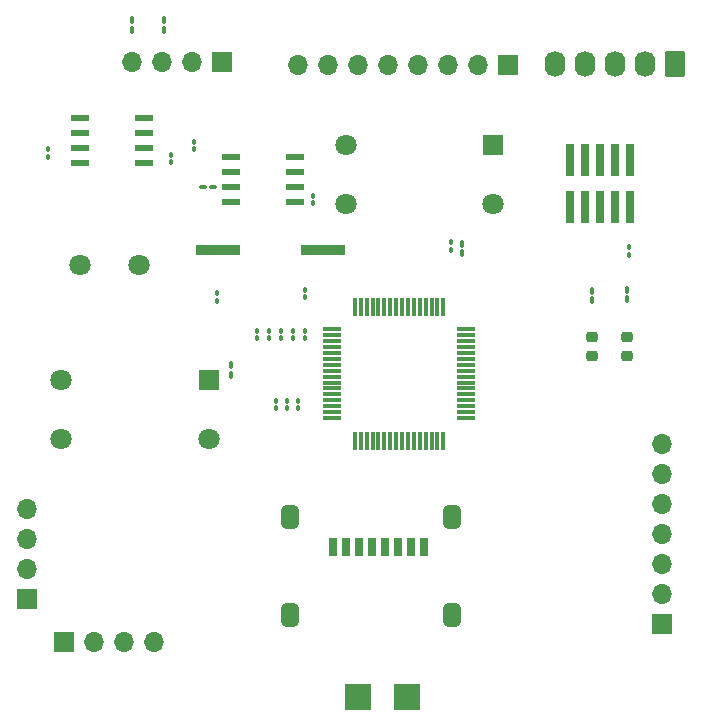
<source format=gts>
G04 #@! TF.GenerationSoftware,KiCad,Pcbnew,8.0.7*
G04 #@! TF.CreationDate,2025-02-15T14:10:28-06:00*
G04 #@! TF.ProjectId,Rocket,526f636b-6574-42e6-9b69-6361645f7063,rev?*
G04 #@! TF.SameCoordinates,Original*
G04 #@! TF.FileFunction,Soldermask,Top*
G04 #@! TF.FilePolarity,Negative*
%FSLAX46Y46*%
G04 Gerber Fmt 4.6, Leading zero omitted, Abs format (unit mm)*
G04 Created by KiCad (PCBNEW 8.0.7) date 2025-02-15 14:10:28*
%MOMM*%
%LPD*%
G01*
G04 APERTURE LIST*
G04 Aperture macros list*
%AMRoundRect*
0 Rectangle with rounded corners*
0 $1 Rounding radius*
0 $2 $3 $4 $5 $6 $7 $8 $9 X,Y pos of 4 corners*
0 Add a 4 corners polygon primitive as box body*
4,1,4,$2,$3,$4,$5,$6,$7,$8,$9,$2,$3,0*
0 Add four circle primitives for the rounded corners*
1,1,$1+$1,$2,$3*
1,1,$1+$1,$4,$5*
1,1,$1+$1,$6,$7*
1,1,$1+$1,$8,$9*
0 Add four rect primitives between the rounded corners*
20,1,$1+$1,$2,$3,$4,$5,0*
20,1,$1+$1,$4,$5,$6,$7,0*
20,1,$1+$1,$6,$7,$8,$9,0*
20,1,$1+$1,$8,$9,$2,$3,0*%
G04 Aperture macros list end*
%ADD10R,1.803400X1.803400*%
%ADD11C,1.803400*%
%ADD12RoundRect,0.250000X0.620000X0.845000X-0.620000X0.845000X-0.620000X-0.845000X0.620000X-0.845000X0*%
%ADD13O,1.740000X2.190000*%
%ADD14O,1.700000X1.700000*%
%ADD15R,1.700000X1.700000*%
%ADD16RoundRect,0.218750X0.256250X-0.218750X0.256250X0.218750X-0.256250X0.218750X-0.256250X-0.218750X0*%
%ADD17RoundRect,0.075000X-0.700000X-0.075000X0.700000X-0.075000X0.700000X0.075000X-0.700000X0.075000X0*%
%ADD18RoundRect,0.075000X-0.075000X-0.700000X0.075000X-0.700000X0.075000X0.700000X-0.075000X0.700000X0*%
%ADD19RoundRect,0.100000X-0.100000X0.130000X-0.100000X-0.130000X0.100000X-0.130000X0.100000X0.130000X0*%
%ADD20RoundRect,0.100000X0.100000X-0.217500X0.100000X0.217500X-0.100000X0.217500X-0.100000X-0.217500X0*%
%ADD21RoundRect,0.100000X0.100000X-0.130000X0.100000X0.130000X-0.100000X0.130000X-0.100000X-0.130000X0*%
%ADD22RoundRect,0.100000X-0.100000X0.217500X-0.100000X-0.217500X0.100000X-0.217500X0.100000X0.217500X0*%
%ADD23R,1.498600X0.558800*%
%ADD24R,0.660400X2.768600*%
%ADD25R,0.800000X1.500000*%
%ADD26RoundRect,0.362500X-0.362500X-0.637500X0.362500X-0.637500X0.362500X0.637500X-0.362500X0.637500X0*%
%ADD27R,2.209800X2.260600*%
%ADD28R,3.835400X0.812800*%
%ADD29RoundRect,0.100000X0.217500X0.100000X-0.217500X0.100000X-0.217500X-0.100000X0.217500X-0.100000X0*%
G04 APERTURE END LIST*
D10*
X121871400Y-71000000D03*
D11*
X121871400Y-76000000D03*
X109371400Y-76000000D03*
X109371400Y-71000000D03*
D10*
X145971400Y-51100000D03*
D11*
X145971400Y-56100000D03*
X133471400Y-56100000D03*
X133471400Y-51100000D03*
D12*
X161320000Y-44300000D03*
D13*
X158780000Y-44300000D03*
X156240000Y-44300000D03*
X153700000Y-44300000D03*
X151160000Y-44300000D03*
D14*
X106475000Y-81980000D03*
X106475000Y-84520000D03*
X106475000Y-87060000D03*
D15*
X106475000Y-89600000D03*
D16*
X157300000Y-68987500D03*
X157300000Y-67412500D03*
D17*
X132325000Y-66750000D03*
X132325000Y-67250000D03*
X132325000Y-67750000D03*
X132325000Y-68250000D03*
X132325000Y-68750000D03*
X132325000Y-69250000D03*
X132325000Y-69750000D03*
X132325000Y-70250000D03*
X132325000Y-70750000D03*
X132325000Y-71250000D03*
X132325000Y-71750000D03*
X132325000Y-72250000D03*
X132325000Y-72750000D03*
X132325000Y-73250000D03*
X132325000Y-73750000D03*
X132325000Y-74250000D03*
D18*
X134250000Y-76175000D03*
X134750000Y-76175000D03*
X135250000Y-76175000D03*
X135750000Y-76175000D03*
X136250000Y-76175000D03*
X136750000Y-76175000D03*
X137250000Y-76175000D03*
X137750000Y-76175000D03*
X138250000Y-76175000D03*
X138750000Y-76175000D03*
X139250000Y-76175000D03*
X139750000Y-76175000D03*
X140250000Y-76175000D03*
X140750000Y-76175000D03*
X141250000Y-76175000D03*
X141750000Y-76175000D03*
D17*
X143675000Y-74250000D03*
X143675000Y-73750000D03*
X143675000Y-73250000D03*
X143675000Y-72750000D03*
X143675000Y-72250000D03*
X143675000Y-71750000D03*
X143675000Y-71250000D03*
X143675000Y-70750000D03*
X143675000Y-70250000D03*
X143675000Y-69750000D03*
X143675000Y-69250000D03*
X143675000Y-68750000D03*
X143675000Y-68250000D03*
X143675000Y-67750000D03*
X143675000Y-67250000D03*
X143675000Y-66750000D03*
D18*
X141750000Y-64825000D03*
X141250000Y-64825000D03*
X140750000Y-64825000D03*
X140250000Y-64825000D03*
X139750000Y-64825000D03*
X139250000Y-64825000D03*
X138750000Y-64825000D03*
X138250000Y-64825000D03*
X137750000Y-64825000D03*
X137250000Y-64825000D03*
X136750000Y-64825000D03*
X136250000Y-64825000D03*
X135750000Y-64825000D03*
X135250000Y-64825000D03*
X134750000Y-64825000D03*
X134250000Y-64825000D03*
D19*
X157500000Y-59780000D03*
X157500000Y-60420000D03*
X118700000Y-51980000D03*
X118700000Y-52620000D03*
D15*
X147180000Y-44400000D03*
D14*
X144640000Y-44400000D03*
X142100000Y-44400000D03*
X139560000Y-44400000D03*
X137020000Y-44400000D03*
X134480000Y-44400000D03*
X131940000Y-44400000D03*
X129400000Y-44400000D03*
D15*
X123040000Y-44100000D03*
D14*
X120500000Y-44100000D03*
X117960000Y-44100000D03*
X115420000Y-44100000D03*
D20*
X143300000Y-60300000D03*
X143300000Y-59485000D03*
D19*
X128500000Y-72780000D03*
X128500000Y-73420000D03*
X129000000Y-66860000D03*
X129000000Y-67500000D03*
D21*
X120600000Y-51520000D03*
X120600000Y-50880000D03*
X127600000Y-73420000D03*
X127600000Y-72780000D03*
D22*
X157300000Y-63400000D03*
X157300000Y-64215000D03*
D19*
X127000000Y-66880000D03*
X127000000Y-67520000D03*
X129400000Y-72780000D03*
X129400000Y-73420000D03*
D16*
X154300000Y-68987500D03*
X154300000Y-67412500D03*
D11*
X111000000Y-61300000D03*
X116000000Y-61300000D03*
D19*
X130670001Y-55430001D03*
X130670001Y-56070001D03*
D23*
X116405100Y-52705000D03*
X116405100Y-51435000D03*
X116405100Y-50165000D03*
X116405100Y-48895000D03*
X110994900Y-48895000D03*
X110994900Y-50165000D03*
X110994900Y-51435000D03*
X110994900Y-52705000D03*
D24*
X157535100Y-56407248D03*
X156265100Y-56407248D03*
X154995100Y-56407248D03*
X153725100Y-56407248D03*
X152455100Y-56407248D03*
X157535100Y-52367252D03*
X156265100Y-52367252D03*
X154995100Y-52367252D03*
X153725100Y-52367252D03*
X152455100Y-52367252D03*
D25*
X132400000Y-85200000D03*
X133500000Y-85200000D03*
X134600000Y-85200000D03*
X135700000Y-85200000D03*
X136800000Y-85200000D03*
X137900000Y-85200000D03*
X139000000Y-85200000D03*
X140100000Y-85200000D03*
D26*
X128730000Y-82600000D03*
X128730000Y-90900000D03*
X142480000Y-82600000D03*
X142480000Y-90900000D03*
D20*
X115400000Y-41407500D03*
X115400000Y-40592500D03*
D19*
X126000000Y-66880000D03*
X126000000Y-67520000D03*
D15*
X160300000Y-91660000D03*
D14*
X160300000Y-89120000D03*
X160300000Y-86580000D03*
X160300000Y-84040000D03*
X160300000Y-81500000D03*
X160300000Y-78960000D03*
X160300000Y-76420000D03*
D19*
X130000000Y-63380000D03*
X130000000Y-64020000D03*
X142400000Y-59380000D03*
X142400000Y-60020000D03*
D27*
X134555300Y-97900000D03*
X138644700Y-97900000D03*
D19*
X122600000Y-63680000D03*
X122600000Y-64320000D03*
X130000000Y-66860000D03*
X130000000Y-67500000D03*
D21*
X108266600Y-52140000D03*
X108266600Y-51500000D03*
D20*
X118100000Y-41407500D03*
X118100000Y-40592500D03*
D28*
X122642300Y-60000000D03*
X131557700Y-60000000D03*
D23*
X123794900Y-52195000D03*
X123794900Y-53465000D03*
X123794900Y-54735000D03*
X123794900Y-56005000D03*
X129205100Y-56005000D03*
X129205100Y-54735000D03*
X129205100Y-53465000D03*
X129205100Y-52195000D03*
D29*
X122207500Y-54700000D03*
X121392500Y-54700000D03*
D19*
X128000000Y-66880000D03*
X128000000Y-67520000D03*
D20*
X123800000Y-70607500D03*
X123800000Y-69792500D03*
D15*
X109620000Y-93200000D03*
D14*
X112160000Y-93200000D03*
X114700000Y-93200000D03*
X117240000Y-93200000D03*
D22*
X154310000Y-63485000D03*
X154310000Y-64300000D03*
M02*

</source>
